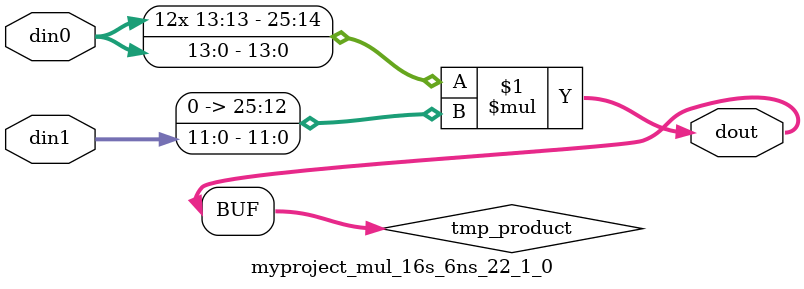
<source format=v>

`timescale 1 ns / 1 ps

  module myproject_mul_16s_6ns_22_1_0(din0, din1, dout);
parameter ID = 1;
parameter NUM_STAGE = 0;
parameter din0_WIDTH = 14;
parameter din1_WIDTH = 12;
parameter dout_WIDTH = 26;

input [din0_WIDTH - 1 : 0] din0; 
input [din1_WIDTH - 1 : 0] din1; 
output [dout_WIDTH - 1 : 0] dout;

wire signed [dout_WIDTH - 1 : 0] tmp_product;












assign tmp_product = $signed(din0) * $signed({1'b0, din1});









assign dout = tmp_product;







endmodule

</source>
